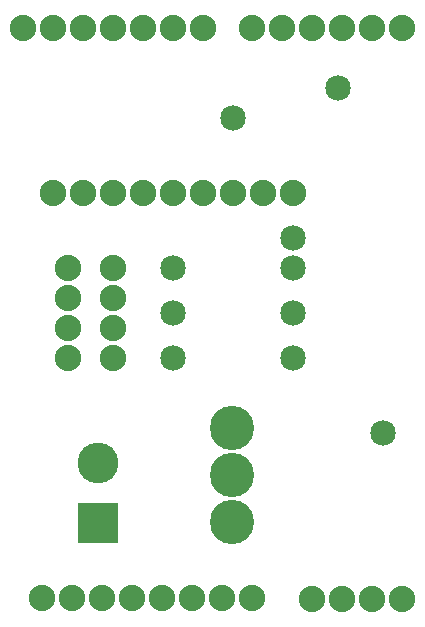
<source format=gbs>
G04 MADE WITH FRITZING*
G04 WWW.FRITZING.ORG*
G04 DOUBLE SIDED*
G04 HOLES PLATED*
G04 CONTOUR ON CENTER OF CONTOUR VECTOR*
%ASAXBY*%
%FSLAX23Y23*%
%MOIN*%
%OFA0B0*%
%SFA1.0B1.0*%
%ADD10C,0.085000*%
%ADD11C,0.088000*%
%ADD12C,0.147795*%
%ADD13C,0.135984*%
%ADD14R,0.135984X0.135984*%
%LNMASK0*%
G90*
G70*
G54D10*
X981Y879D03*
X581Y879D03*
X981Y1029D03*
X581Y1029D03*
X981Y1179D03*
X581Y1179D03*
G54D11*
X381Y879D03*
X381Y979D03*
X381Y1079D03*
X381Y1179D03*
X231Y879D03*
X231Y979D03*
X231Y1079D03*
X231Y1179D03*
G54D12*
X777Y644D03*
X777Y488D03*
X777Y332D03*
G54D11*
X981Y1429D03*
X881Y1429D03*
X781Y1429D03*
X681Y1429D03*
X581Y1429D03*
X481Y1429D03*
X381Y1429D03*
X281Y1429D03*
X181Y1429D03*
X681Y1979D03*
X581Y1979D03*
X481Y1979D03*
X381Y1979D03*
X281Y1979D03*
X181Y1979D03*
X81Y1979D03*
X843Y79D03*
X743Y79D03*
X643Y79D03*
X543Y79D03*
X443Y79D03*
X343Y79D03*
X243Y79D03*
X143Y79D03*
X1343Y75D03*
X1243Y75D03*
X1143Y75D03*
X1043Y75D03*
X1343Y1979D03*
X1243Y1979D03*
X1143Y1979D03*
X1043Y1979D03*
X943Y1979D03*
X843Y1979D03*
G54D13*
X331Y329D03*
X331Y529D03*
G54D10*
X781Y1679D03*
X1131Y1779D03*
X1281Y629D03*
X981Y1279D03*
G54D14*
X331Y329D03*
G04 End of Mask0*
M02*
</source>
